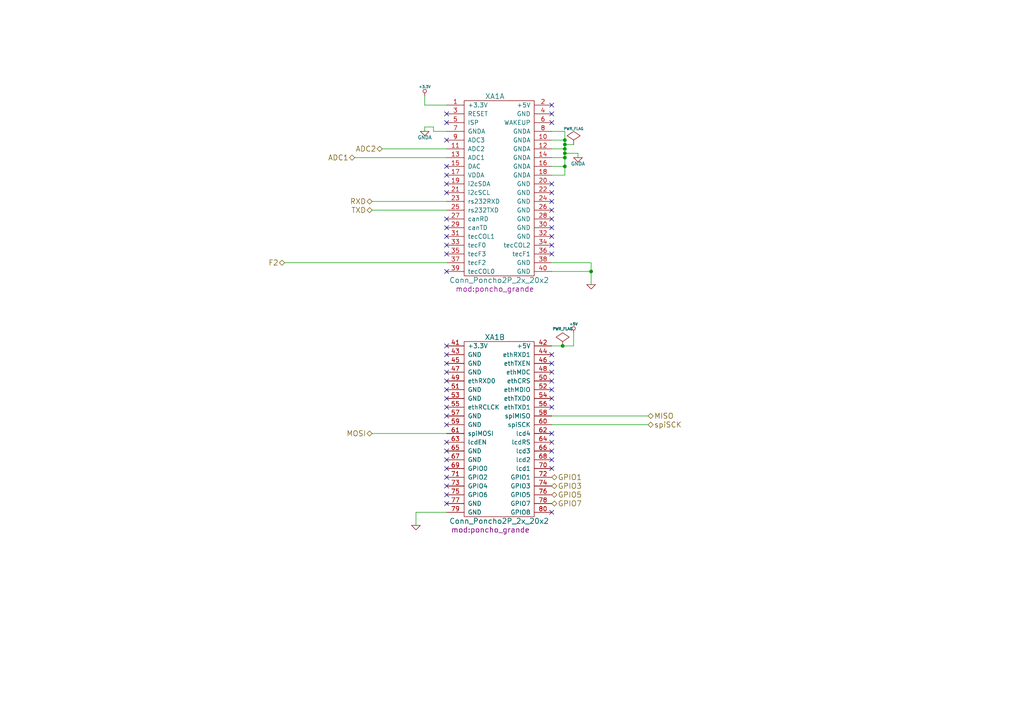
<source format=kicad_sch>
(kicad_sch (version 20211123) (generator eeschema)
  (paper "A4")
  (title_block (title "Datalogger para SCTV") (date "2023-10-20") (rev "1.0") (company "Servicio Meteorológico Nacional - FIUBA - UBA") (comment 1 "poner repo") (comment 2 "Autores y Licencia del poncho: Cristian Aranda (FIUBA), ver archivo licence.txt") (comment 3 "Autor del poncho: Cristian Zozimo Aranda Cordero.  Ver directorio \"doc\"") (comment 4 "CÓDIGO PONCHO: DT1"))
  (lib_symbols
    (symbol "Conn_Poncho2P_2x_20x2_1" (pin_names (offset 1.016))
      (property "Reference" "XA1" (at 7.62 10.16 0))
      (property "Value" "Conn_Poncho2P_2x_20x2" (at 8.89 -43.18 0))
      (property "Footprint" "mod:poncho_grande" (at 7.62 -45.72 0))
      (symbol "Conn_Poncho2P_2x_20x2_1_0_1"
        (rectangle (start -1.27 8.89) (end 19.05 -41.91))
      )
      (symbol "Conn_Poncho2P_2x_20x2_1_1_1"
        (pin power_out line (at -6.35 7.62 0) (length 5.08) (name "+3.3V") (number "1"))
        (pin passive line (at 24.13 -2.54 180) (length 5.08) (name "GNDA") (number "10"))
        (pin passive line (at -6.35 -5.08 0) (length 5.08) (name "ADC2") (number "11"))
        (pin passive line (at 24.13 -5.08 180) (length 5.08) (name "GNDA") (number "12"))
        (pin passive line (at -6.35 -7.62 0) (length 5.08) (name "ADC1") (number "13"))
        (pin passive line (at 24.13 -7.62 180) (length 5.08) (name "GNDA") (number "14"))
        (pin passive line (at -6.35 -10.16 0) (length 5.08) (name "DAC") (number "15"))
        (pin passive line (at 24.13 -10.16 180) (length 5.08) (name "GNDA") (number "16"))
        (pin power_out line (at -6.35 -12.7 0) (length 5.08) (name "VDDA") (number "17"))
        (pin passive line (at 24.13 -12.7 180) (length 5.08) (name "GNDA") (number "18"))
        (pin passive line (at -6.35 -15.24 0) (length 5.08) (name "i2cSDA") (number "19"))
        (pin power_in line (at 24.13 7.62 180) (length 5.08) (name "+5V") (number "2"))
        (pin power_in line (at 24.13 -15.24 180) (length 5.08) (name "GND") (number "20"))
        (pin passive line (at -6.35 -17.78 0) (length 5.08) (name "i2cSCL") (number "21"))
        (pin power_in line (at 24.13 -17.78 180) (length 5.08) (name "GND") (number "22"))
        (pin passive line (at -6.35 -20.32 0) (length 5.08) (name "rs232RXD") (number "23"))
        (pin power_in line (at 24.13 -20.32 180) (length 5.08) (name "GND") (number "24"))
        (pin passive line (at -6.35 -22.86 0) (length 5.08) (name "rs232TXD") (number "25"))
        (pin power_in line (at 24.13 -22.86 180) (length 5.08) (name "GND") (number "26"))
        (pin passive line (at -6.35 -25.4 0) (length 5.08) (name "canRD") (number "27"))
        (pin power_in line (at 24.13 -25.4 180) (length 5.08) (name "GND") (number "28"))
        (pin passive line (at -6.35 -27.94 0) (length 5.08) (name "canTD") (number "29"))
        (pin input line (at -6.35 5.08 0) (length 5.08) (name "RESET") (number "3"))
        (pin power_in line (at 24.13 -27.94 180) (length 5.08) (name "GND") (number "30"))
        (pin passive line (at -6.35 -30.48 0) (length 5.08) (name "tecCOL1") (number "31"))
        (pin power_in line (at 24.13 -30.48 180) (length 5.08) (name "GND") (number "32"))
        (pin passive line (at -6.35 -33.02 0) (length 5.08) (name "tecF0") (number "33"))
        (pin passive line (at 24.13 -33.02 180) (length 5.08) (name "tecCOL2") (number "34"))
        (pin passive line (at -6.35 -35.56 0) (length 5.08) (name "tecF3") (number "35"))
        (pin passive line (at 24.13 -35.56 180) (length 5.08) (name "tecF1") (number "36"))
        (pin passive line (at -6.35 -38.1 0) (length 5.08) (name "tecF2") (number "37"))
        (pin power_in line (at 24.13 -38.1 180) (length 5.08) (name "GND") (number "38"))
        (pin passive line (at -6.35 -40.64 0) (length 5.08) (name "tecCOL0") (number "39"))
        (pin power_in line (at 24.13 5.08 180) (length 5.08) (name "GND") (number "4"))
        (pin power_in line (at 24.13 -40.64 180) (length 5.08) (name "GND") (number "40"))
        (pin passive line (at -6.35 2.54 0) (length 5.08) (name "ISP") (number "5"))
        (pin input line (at 24.13 2.54 180) (length 5.08) (name "WAKEUP") (number "6"))
        (pin passive line (at -6.35 0 0) (length 5.08) (name "GNDA") (number "7"))
        (pin passive line (at 24.13 0 180) (length 5.08) (name "GNDA") (number "8"))
        (pin passive line (at -6.35 -2.54 0) (length 5.08) (name "ADC3") (number "9"))
      )
      (symbol "Conn_Poncho2P_2x_20x2_1_2_1"
        (pin power_out line (at -6.35 7.62 0) (length 5.08) (name "+3.3V") (number "41"))
        (pin power_out line (at 24.13 7.62 180) (length 5.08) (name "+5V") (number "42"))
        (pin passive line (at -6.35 5.08 0) (length 5.08) (name "GND") (number "43"))
        (pin passive line (at 24.13 5.08 180) (length 5.08) (name "ethRXD1") (number "44"))
        (pin passive line (at -6.35 2.54 0) (length 5.08) (name "GND") (number "45"))
        (pin passive line (at 24.13 2.54 180) (length 5.08) (name "ethTXEN") (number "46"))
        (pin passive line (at -6.35 0 0) (length 5.08) (name "GND") (number "47"))
        (pin passive line (at 24.13 0 180) (length 5.08) (name "ethMDC") (number "48"))
        (pin passive line (at -6.35 -2.54 0) (length 5.08) (name "ethRXD0") (number "49"))
        (pin passive line (at 24.13 -2.54 180) (length 5.08) (name "ethCRS") (number "50"))
        (pin passive line (at -6.35 -5.08 0) (length 5.08) (name "GND") (number "51"))
        (pin passive line (at 24.13 -5.08 180) (length 5.08) (name "ethMDIO") (number "52"))
        (pin passive line (at -6.35 -7.62 0) (length 5.08) (name "GND") (number "53"))
        (pin passive line (at 24.13 -7.62 180) (length 5.08) (name "ethTXD0") (number "54"))
        (pin passive line (at -6.35 -10.16 0) (length 5.08) (name "ethRCLCK") (number "55"))
        (pin passive line (at 24.13 -10.16 180) (length 5.08) (name "ethTXD1") (number "56"))
        (pin passive line (at -6.35 -12.7 0) (length 5.08) (name "GND") (number "57"))
        (pin passive line (at 24.13 -12.7 180) (length 5.08) (name "spiMISO") (number "58"))
        (pin passive line (at -6.35 -15.24 0) (length 5.08) (name "GND") (number "59"))
        (pin passive line (at 24.13 -15.24 180) (length 5.08) (name "spiSCK") (number "60"))
        (pin passive line (at -6.35 -17.78 0) (length 5.08) (name "spiMOSI") (number "61"))
        (pin passive line (at 24.13 -17.78 180) (length 5.08) (name "lcd4") (number "62"))
        (pin passive line (at -6.35 -20.32 0) (length 5.08) (name "lcdEN") (number "63"))
        (pin passive line (at 24.13 -20.32 180) (length 5.08) (name "lcdRS") (number "64"))
        (pin passive line (at -6.35 -22.86 0) (length 5.08) (name "GND") (number "65"))
        (pin passive line (at 24.13 -22.86 180) (length 5.08) (name "lcd3") (number "66"))
        (pin passive line (at -6.35 -25.4 0) (length 5.08) (name "GND") (number "67"))
        (pin passive line (at 24.13 -25.4 180) (length 5.08) (name "lcd2") (number "68"))
        (pin passive line (at -6.35 -27.94 0) (length 5.08) (name "GPIO0") (number "69"))
        (pin passive line (at 24.13 -27.94 180) (length 5.08) (name "lcd1") (number "70"))
        (pin passive line (at -6.35 -30.48 0) (length 5.08) (name "GPIO2") (number "71"))
        (pin passive line (at 24.13 -30.48 180) (length 5.08) (name "GPIO1") (number "72"))
        (pin passive line (at -6.35 -33.02 0) (length 5.08) (name "GPIO4") (number "73"))
        (pin passive line (at 24.13 -33.02 180) (length 5.08) (name "GPIO3") (number "74"))
        (pin passive line (at -6.35 -35.56 0) (length 5.08) (name "GPIO6") (number "75"))
        (pin passive line (at 24.13 -35.56 180) (length 5.08) (name "GPIO5") (number "76"))
        (pin passive line (at -6.35 -38.1 0) (length 5.08) (name "GND") (number "77"))
        (pin passive line (at 24.13 -38.1 180) (length 5.08) (name "GPIO7") (number "78"))
        (pin passive line (at -6.35 -40.64 0) (length 5.08) (name "GND") (number "79"))
        (pin passive line (at 24.13 -40.64 180) (length 5.08) (name "GPIO8") (number "80"))
      )
    )
    (symbol "Misc_Poncho_Grande:+3.3V" (power) (pin_names (offset 0))
      (property "Value" "+3.3V" (at 0 2.794 0))
      (symbol "+3.3V_0_0"
        (pin power_in line (at 0 0 90) (length 0) hide (name "+3.3V") (number "1"))
      )
      (symbol "+3.3V_0_1"
        (polyline (pts (xy 0 0) (xy 0 1.016) (xy 0 1.016)))
        (circle (center 0 1.524) (radius 0.508))
      )
    )
    (symbol "Misc_Poncho_Grande:+5V" (power) (pin_names (offset 1.016))
      (property "Value" "+5V" (at 0 2.286 0))
      (symbol "+5V_0_0"
        (pin power_in line (at 0 0 90) (length 0) hide (name "+5V") (number "1"))
      )
      (symbol "+5V_0_1"
        (polyline (pts (xy 0 0) (xy 0 0.762) (xy 0 0.762) (xy 0 0.762)))
        (circle (center 0 1.27) (radius 0.508))
      )
    )
    (symbol "Misc_Poncho_Grande:GND" (power) (pin_names (offset 0))
      (symbol "GND_0_1"
        (polyline (pts (xy -1.27 0) (xy 0 -1.27) (xy 1.27 0) (xy -1.27 0)))
      )
      (symbol "GND_1_1"
        (pin power_in line (at 0 0 90) (length 0) hide (name "GND") (number "1"))
      )
    )
    (symbol "Misc_Poncho_Grande:GNDA" (power) (pin_names (offset 0))
      (property "Value" "GNDA" (at 0 -1.778 0))
      (symbol "GNDA_0_1"
        (polyline (pts (xy -1.27 0) (xy 0 -1.27) (xy 1.27 0) (xy -1.27 0)))
      )
      (symbol "GNDA_1_1"
        (pin power_in line (at 0 0 90) (length 0) hide (name "GNDA") (number "1"))
      )
    )
    (symbol "Misc_Poncho_Grande:PWR_FLAG" (power) (pin_numbers hide) (pin_names (offset 0) hide)
      (property "Value" "PWR_FLAG" (at 0 4.572 0))
      (symbol "PWR_FLAG_0_0"
        (pin power_out line (at 0 0 90) (length 0) (name "pwr") (number "1"))
      )
      (symbol "PWR_FLAG_0_1"
        (polyline (pts (xy 0 0) (xy 0 1.27) (xy -1.905 2.54) (xy 0 3.81) (xy 1.905 2.54) (xy 0 1.27)))
      )
    )
    (symbol "Poncho_Esqueleto:Conn_Poncho2P_2x_20x2" (pin_names (offset 1.016))
      (property "Reference" "XA1" (at 7.62 10.16 0))
      (property "Value" "Conn_Poncho2P_2x_20x2" (at 8.89 -43.18 0))
      (property "Footprint" "mod:poncho_grande" (at 6.35 -45.72 0))
      (symbol "Conn_Poncho2P_2x_20x2_0_1"
        (rectangle (start -1.27 8.89) (end 19.05 -41.91))
      )
      (symbol "Conn_Poncho2P_2x_20x2_1_1"
        (pin power_out line (at -6.35 7.62 0) (length 5.08) (name "+3.3V") (number "1"))
        (pin passive line (at 24.13 -2.54 180) (length 5.08) (name "GNDA") (number "10"))
        (pin passive line (at -6.35 -5.08 0) (length 5.08) (name "ADC2") (number "11"))
        (pin passive line (at 24.13 -5.08 180) (length 5.08) (name "GNDA") (number "12"))
        (pin passive line (at -6.35 -7.62 0) (length 5.08) (name "ADC1") (number "13"))
        (pin passive line (at 24.13 -7.62 180) (length 5.08) (name "GNDA") (number "14"))
        (pin passive line (at -6.35 -10.16 0) (length 5.08) (name "DAC") (number "15"))
        (pin passive line (at 24.13 -10.16 180) (length 5.08) (name "GNDA") (number "16"))
        (pin power_out line (at -6.35 -12.7 0) (length 5.08) (name "VDDA") (number "17"))
        (pin passive line (at 24.13 -12.7 180) (length 5.08) (name "GNDA") (number "18"))
        (pin passive line (at -6.35 -15.24 0) (length 5.08) (name "i2cSDA") (number "19"))
        (pin power_out line (at 24.13 7.62 180) (length 5.08) (name "+5V") (number "2"))
        (pin passive line (at 24.13 -15.24 180) (length 5.08) (name "GND") (number "20"))
        (pin passive line (at -6.35 -17.78 0) (length 5.08) (name "i2cSCL") (number "21"))
        (pin passive line (at 24.13 -17.78 180) (length 5.08) (name "GND") (number "22"))
        (pin passive line (at -6.35 -20.32 0) (length 5.08) (name "rs232RXD") (number "23"))
        (pin passive line (at 24.13 -20.32 180) (length 5.08) (name "GND") (number "24"))
        (pin passive line (at -6.35 -22.86 0) (length 5.08) (name "rs232TXD") (number "25"))
        (pin passive line (at 24.13 -22.86 180) (length 5.08) (name "GND") (number "26"))
        (pin passive line (at -6.35 -25.4 0) (length 5.08) (name "canRD") (number "27"))
        (pin passive line (at 24.13 -25.4 180) (length 5.08) (name "GND") (number "28"))
        (pin passive line (at -6.35 -27.94 0) (length 5.08) (name "canTD") (number "29"))
        (pin input line (at -6.35 5.08 0) (length 5.08) (name "RESET") (number "3"))
        (pin passive line (at 24.13 -27.94 180) (length 5.08) (name "GND") (number "30"))
        (pin passive line (at -6.35 -30.48 0) (length 5.08) (name "tecCOL1") (number "31"))
        (pin passive line (at 24.13 -30.48 180) (length 5.08) (name "GND") (number "32"))
        (pin passive line (at -6.35 -33.02 0) (length 5.08) (name "tecF0") (number "33"))
        (pin passive line (at 24.13 -33.02 180) (length 5.08) (name "tecCOL2") (number "34"))
        (pin passive line (at -6.35 -35.56 0) (length 5.08) (name "tecF3") (number "35"))
        (pin passive line (at 24.13 -35.56 180) (length 5.08) (name "tecF1") (number "36"))
        (pin passive line (at -6.35 -38.1 0) (length 5.08) (name "tecF2") (number "37"))
        (pin passive line (at 24.13 -38.1 180) (length 5.08) (name "GND") (number "38"))
        (pin passive line (at -6.35 -40.64 0) (length 5.08) (name "tecCOL0") (number "39"))
        (pin passive line (at 24.13 5.08 180) (length 5.08) (name "GND") (number "4"))
        (pin passive line (at 24.13 -40.64 180) (length 5.08) (name "GND") (number "40"))
        (pin passive line (at -6.35 2.54 0) (length 5.08) (name "ISP") (number "5"))
        (pin input line (at 24.13 2.54 180) (length 5.08) (name "WAKEUP") (number "6"))
        (pin passive line (at -6.35 0 0) (length 5.08) (name "GNDA") (number "7"))
        (pin passive line (at 24.13 0 180) (length 5.08) (name "GNDA") (number "8"))
        (pin passive line (at -6.35 -2.54 0) (length 5.08) (name "ADC3") (number "9"))
      )
      (symbol "Conn_Poncho2P_2x_20x2_2_1"
        (pin power_in line (at -6.35 7.62 0) (length 5.08) (name "+3.3V") (number "41"))
        (pin power_in line (at 24.13 7.62 180) (length 5.08) (name "+5V") (number "42"))
        (pin power_in line (at -6.35 5.08 0) (length 5.08) (name "GND") (number "43"))
        (pin passive line (at 24.13 5.08 180) (length 5.08) (name "ethRXD1") (number "44"))
        (pin power_in line (at -6.35 2.54 0) (length 5.08) (name "GND") (number "45"))
        (pin passive line (at 24.13 2.54 180) (length 5.08) (name "ethTXEN") (number "46"))
        (pin power_in line (at -6.35 0 0) (length 5.08) (name "GND") (number "47"))
        (pin passive line (at 24.13 0 180) (length 5.08) (name "ethMDC") (number "48"))
        (pin passive line (at -6.35 -2.54 0) (length 5.08) (name "ethRXD0") (number "49"))
        (pin passive line (at 24.13 -2.54 180) (length 5.08) (name "ethCRS") (number "50"))
        (pin power_in line (at -6.35 -5.08 0) (length 5.08) (name "GND") (number "51"))
        (pin passive line (at 24.13 -5.08 180) (length 5.08) (name "ethMDIO") (number "52"))
        (pin power_in line (at -6.35 -7.62 0) (length 5.08) (name "GND") (number "53"))
        (pin passive line (at 24.13 -7.62 180) (length 5.08) (name "ethTXD0") (number "54"))
        (pin passive line (at -6.35 -10.16 0) (length 5.08) (name "ethRCLCK") (number "55"))
        (pin passive line (at 24.13 -10.16 180) (length 5.08) (name "ethTXD1") (number "56"))
        (pin power_in line (at -6.35 -12.7 0) (length 5.08) (name "GND") (number "57"))
        (pin passive line (at 24.13 -12.7 180) (length 5.08) (name "spiMISO") (number "58"))
        (pin power_in line (at -6.35 -15.24 0) (length 5.08) (name "GND") (number "59"))
        (pin passive line (at 24.13 -15.24 180) (length 5.08) (name "spiSCK") (number "60"))
        (pin passive line (at -6.35 -17.78 0) (length 5.08) (name "spiMOSI") (number "61"))
        (pin passive line (at 24.13 -17.78 180) (length 5.08) (name "lcd4") (number "62"))
        (pin passive line (at -6.35 -20.32 0) (length 5.08) (name "lcdEN") (number "63"))
        (pin passive line (at 24.13 -20.32 180) (length 5.08) (name "lcdRS") (number "64"))
        (pin power_in line (at -6.35 -22.86 0) (length 5.08) (name "GND") (number "65"))
        (pin passive line (at 24.13 -22.86 180) (length 5.08) (name "lcd3") (number "66"))
        (pin power_in line (at -6.35 -25.4 0) (length 5.08) (name "GND") (number "67"))
        (pin passive line (at 24.13 -25.4 180) (length 5.08) (name "lcd2") (number "68"))
        (pin passive line (at -6.35 -27.94 0) (length 5.08) (name "GPIO0") (number "69"))
        (pin passive line (at 24.13 -27.94 180) (length 5.08) (name "lcd1") (number "70"))
        (pin passive line (at -6.35 -30.48 0) (length 5.08) (name "GPIO2") (number "71"))
        (pin passive line (at 24.13 -30.48 180) (length 5.08) (name "GPIO1") (number "72"))
        (pin passive line (at -6.35 -33.02 0) (length 5.08) (name "GPIO4") (number "73"))
        (pin passive line (at 24.13 -33.02 180) (length 5.08) (name "GPIO3") (number "74"))
        (pin passive line (at -6.35 -35.56 0) (length 5.08) (name "GPIO6") (number "75"))
        (pin passive line (at 24.13 -35.56 180) (length 5.08) (name "GPIO5") (number "76"))
        (pin power_in line (at -6.35 -38.1 0) (length 5.08) (name "GND") (number "77"))
        (pin passive line (at 24.13 -38.1 180) (length 5.08) (name "GPIO7") (number "78"))
        (pin power_in line (at -6.35 -40.64 0) (length 5.08) (name "GND") (number "79"))
        (pin passive line (at 24.13 -40.64 180) (length 5.08) (name "GPIO8") (number "80"))
      )
    )
  )
  (junction (at 163.83 48.26))
  (junction (at 163.83 45.72))
  (junction (at 163.195 100.33))
  (junction (at 163.83 40.64))
  (junction (at 163.83 43.18))
  (junction (at 171.45 78.74))
  (junction (at 163.83 41.91))
  (junction (at 163.83 44.45))
  (no_connect (at 160.02 125.73))
  (no_connect (at 129.54 68.58))
  (no_connect (at 160.02 128.27))
  (no_connect (at 160.02 105.41))
  (no_connect (at 160.02 60.96))
  (no_connect (at 129.54 140.97))
  (no_connect (at 160.02 53.34))
  (no_connect (at 129.54 138.43))
  (no_connect (at 160.02 35.56))
  (no_connect (at 129.54 128.27))
  (no_connect (at 160.02 135.89))
  (no_connect (at 160.02 113.03))
  (no_connect (at 129.54 110.49))
  (no_connect (at 160.02 55.88))
  (no_connect (at 129.54 78.74))
  (no_connect (at 160.02 63.5))
  (no_connect (at 129.54 66.04))
  (no_connect (at 129.54 146.05))
  (no_connect (at 129.54 40.64))
  (no_connect (at 160.02 107.95))
  (no_connect (at 129.54 143.51))
  (no_connect (at 129.54 48.26))
  (no_connect (at 129.54 71.12))
  (no_connect (at 129.54 63.5))
  (no_connect (at 160.02 130.81))
  (no_connect (at 160.02 30.48))
  (no_connect (at 160.02 148.59))
  (no_connect (at 129.54 115.57))
  (no_connect (at 129.54 100.33))
  (no_connect (at 160.02 71.12))
  (no_connect (at 129.54 50.8))
  (no_connect (at 129.54 35.56))
  (no_connect (at 129.54 130.81))
  (no_connect (at 160.02 110.49))
  (no_connect (at 160.02 33.02))
  (no_connect (at 129.54 120.65))
  (no_connect (at 129.54 135.89))
  (no_connect (at 129.54 107.95))
  (no_connect (at 160.02 68.58))
  (no_connect (at 129.54 53.34))
  (no_connect (at 129.54 73.66))
  (no_connect (at 129.54 102.87))
  (no_connect (at 129.54 113.03))
  (no_connect (at 160.02 133.35))
  (no_connect (at 129.54 118.11))
  (no_connect (at 160.02 73.66))
  (no_connect (at 129.54 133.35))
  (no_connect (at 160.02 115.57))
  (no_connect (at 160.02 66.04))
  (no_connect (at 129.54 55.88))
  (no_connect (at 129.54 33.02))
  (no_connect (at 160.02 118.11))
  (no_connect (at 129.54 123.19))
  (no_connect (at 160.02 58.42))
  (no_connect (at 160.02 102.87))
  (no_connect (at 129.54 105.41))
  (wire (pts (xy 163.83 38.1) (xy 163.83 40.64)))
  (wire (pts (xy 163.195 100.33) (xy 160.02 100.33)))
  (wire (pts (xy 123.19 30.48) (xy 129.54 30.48)))
  (wire (pts (xy 163.83 48.26) (xy 163.83 50.8)))
  (wire (pts (xy 110.871 43.18) (xy 129.54 43.18)))
  (wire (pts (xy 160.02 78.74) (xy 171.45 78.74)))
  (wire (pts (xy 171.45 76.2) (xy 171.45 78.74)))
  (wire (pts (xy 160.02 43.18) (xy 163.83 43.18)))
  (wire (pts (xy 163.83 45.72) (xy 163.83 48.26)))
  (wire (pts (xy 167.64 45.72) (xy 167.64 44.45)))
  (wire (pts (xy 160.02 40.64) (xy 163.83 40.64)))
  (wire (pts (xy 129.54 38.1) (xy 125.73 38.1)))
  (wire (pts (xy 163.83 48.26) (xy 160.02 48.26)))
  (wire (pts (xy 125.73 36.83) (xy 125.73 38.1)))
  (wire (pts (xy 160.02 76.2) (xy 171.45 76.2)))
  (wire (pts (xy 166.37 41.91) (xy 163.83 41.91)))
  (wire (pts (xy 163.83 41.91) (xy 163.83 43.18)))
  (wire (pts (xy 171.45 78.74) (xy 171.45 82.55)))
  (wire (pts (xy 107.95 60.96) (xy 129.54 60.96)))
  (wire (pts (xy 129.54 125.73) (xy 107.95 125.73)))
  (wire (pts (xy 160.02 123.19) (xy 187.96 123.19)))
  (wire (pts (xy 167.64 44.45) (xy 163.83 44.45)))
  (wire (pts (xy 163.83 45.72) (xy 160.02 45.72)))
  (wire (pts (xy 123.19 38.1) (xy 123.19 36.83)))
  (wire (pts (xy 163.83 44.45) (xy 163.83 45.72)))
  (wire (pts (xy 123.19 30.48) (xy 123.19 27.94)))
  (wire (pts (xy 166.37 96.52) (xy 166.37 100.33)))
  (wire (pts (xy 129.54 45.72) (xy 102.87 45.72)))
  (wire (pts (xy 120.65 148.59) (xy 129.54 148.59)))
  (wire (pts (xy 129.54 76.2) (xy 82.55 76.2)))
  (wire (pts (xy 163.83 43.18) (xy 163.83 44.45)))
  (wire (pts (xy 166.37 100.33) (xy 163.195 100.33)))
  (wire (pts (xy 120.65 148.59) (xy 120.65 152.4)))
  (wire (pts (xy 163.83 50.8) (xy 160.02 50.8)))
  (wire (pts (xy 129.54 58.42) (xy 107.95 58.42)))
  (wire (pts (xy 123.19 36.83) (xy 125.73 36.83)))
  (wire (pts (xy 163.83 40.64) (xy 163.83 41.91)))
  (wire (pts (xy 160.02 38.1) (xy 163.83 38.1)))
  (wire (pts (xy 160.02 120.65) (xy 187.96 120.65)))
  (hierarchical_label "GPIO7" (shape bidirectional) (at 160.02 146.05 0) (effects (font (size 1.524 1.524))))
  (hierarchical_label "RXD" (shape bidirectional) (at 107.95 58.42 180) (effects (font (size 1.524 1.524))))
  (hierarchical_label "TXD" (shape bidirectional) (at 107.95 60.96 180) (effects (font (size 1.524 1.524))))
  (hierarchical_label "GPIO3" (shape bidirectional) (at 160.02 140.97 0) (effects (font (size 1.524 1.524))))
  (hierarchical_label "MOSI" (shape bidirectional) (at 107.95 125.73 180) (effects (font (size 1.524 1.524))))
  (hierarchical_label "spiSCK" (shape bidirectional) (at 187.96 123.19 0) (effects (font (size 1.524 1.524))))
  (hierarchical_label "GPIO5" (shape bidirectional) (at 160.02 143.51 0) (effects (font (size 1.524 1.524))))
  (hierarchical_label "MISO" (shape bidirectional) (at 187.96 120.65 0) (effects (font (size 1.524 1.524))))
  (hierarchical_label "ADC2" (shape bidirectional) (at 110.871 43.18 180) (effects (font (size 1.524 1.524))))
  (hierarchical_label "ADC1" (shape bidirectional) (at 102.87 45.72 180) (effects (font (size 1.524 1.524))))
  (hierarchical_label "GPIO1" (shape bidirectional) (at 160.02 138.43 0) (effects (font (size 1.524 1.524))))
  (hierarchical_label "F2" (shape bidirectional) (at 82.55 76.2 180) (effects (font (size 1.524 1.524))))
  (symbol (lib_id "Misc_Poncho_Grande:+3.3V") (at 123.19 27.94 0) (unit 1)
    (property "Reference" "#PWR04" (effects hide))
    (property "Value" "+3.3V" (at 123.19 25.146 0) (effects (font (size 0.762 0.762))))
  )
  (symbol (lib_id "Misc_Poncho_Grande:GND") (at 171.45 82.55 0) (unit 1)
    (property "Reference" "#PWR09" (effects hide))
    (property "Value" "GND" (effects hide))
  )
  (symbol (lib_id "Misc_Poncho_Grande:GNDA") (at 167.64 45.72 0) (unit 1)
    (property "Reference" "#PWR08" (effects hide))
    (property "Value" "GNDA" (at 167.64 47.498 0) (effects (font (size 1.016 1.016))))
  )
  (symbol (lib_id "Misc_Poncho_Grande:GND") (at 120.65 152.4 0) (unit 1)
    (property "Reference" "#PWR03" (effects hide))
    (property "Value" "GND" (effects hide))
  )
  (symbol (lib_id "Misc_Poncho_Grande:GNDA") (at 123.19 38.1 0) (unit 1)
    (property "Reference" "#PWR05" (effects hide))
    (property "Value" "GNDA" (at 123.19 39.878 0) (effects (font (size 1.016 1.016))))
  )
  (symbol (lib_id "Misc_Poncho_Grande:PWR_FLAG") (at 166.37 41.91 0) (unit 1)
    (property "Reference" "#FLG01" (effects hide))
    (property "Value" "PWR_FLAG" (at 166.37 37.338 0) (effects (font (size 0.762 0.762))))
  )
  (symbol (lib_id "Poncho_Esqueleto:Conn_Poncho2P_2x_20x2") (at 135.89 107.95 0) (unit 2)
    (property "Reference" "XA1" (at 143.51 97.79 0) (effects (font (size 1.524 1.524))))
    (property "Value" "Conn_Poncho2P_2x_20x2" (at 144.78 151.13 0) (effects (font (size 1.524 1.524))))
    (property "Footprint" "mod:poncho_grande" (at 142.24 153.67 0) (effects (font (size 1.524 1.524))))
  )
  (symbol (lib_name "Conn_Poncho2P_2x_20x2_1") (lib_id "Poncho_Esqueleto:Conn_Poncho2P_2x_20x2") (at 135.89 38.1 0) (unit 1)
    (property "Reference" "XA1" (at 143.51 27.94 0) (effects (font (size 1.524 1.524))))
    (property "Value" "Conn_Poncho2P_2x_20x2" (at 144.78 81.28 0) (effects (font (size 1.524 1.524))))
    (property "Footprint" "mod:poncho_grande" (at 143.51 83.82 0) (effects (font (size 1.524 1.524))))
  )
  (symbol (lib_id "Misc_Poncho_Grande:PWR_FLAG") (at 163.195 100.33 0) (unit 1)
    (property "Reference" "#FLG0102" (effects hide))
    (property "Value" "PWR_FLAG" (at 163.195 95.377 0) (effects (font (size 0.762 0.762))))
  )
  (symbol (lib_id "Misc_Poncho_Grande:+5V") (at 166.37 96.52 0) (unit 1)
    (property "Reference" "#PWR0105" (effects hide))
    (property "Value" "+5V" (at 166.37 93.98 0) (effects (font (size 0.762 0.762))))
  )
)
</source>
